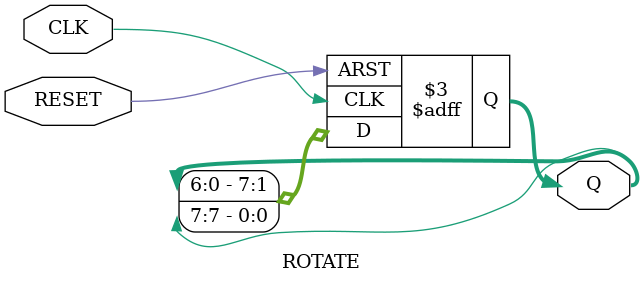
<source format=v>
module ROTATE(CLK, RESET, Q);
    input CLK, RESET;
    output [7:0] Q;

    reg [7:0] Q;

    always @(posedge CLK or negedge RESET)
        begin
            if (!RESET)
                Q <= {8'h80};
            else
                Q <= {Q[6:0], Q[7]};
        end
endmodule
</source>
